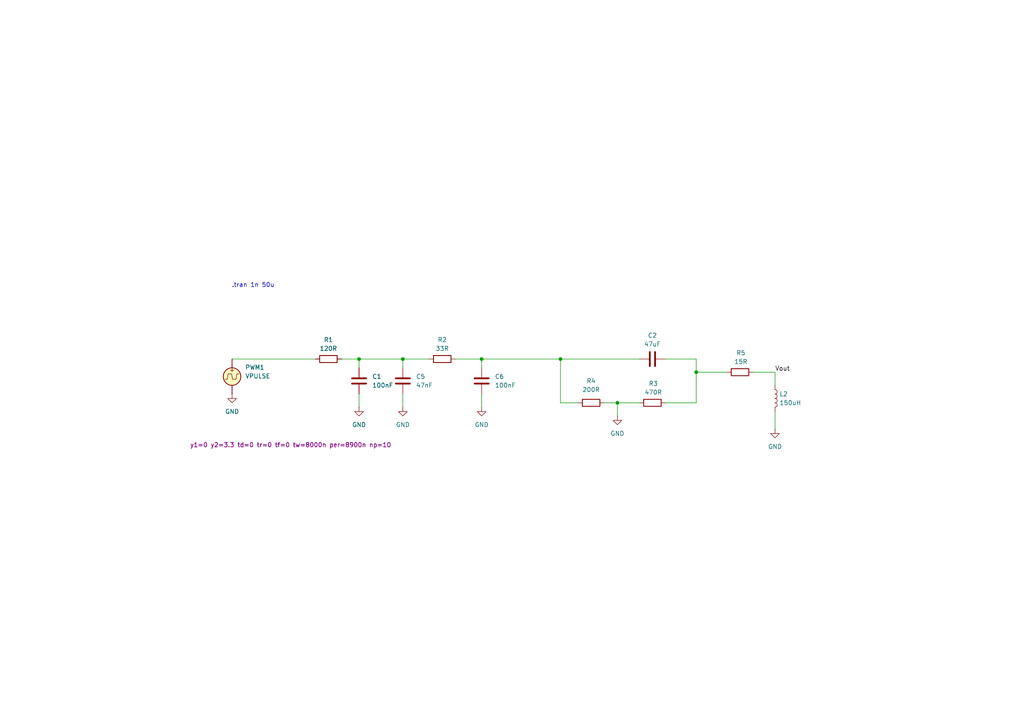
<source format=kicad_sch>
(kicad_sch (version 20250114) (generator "eeschema") (generator_version "9.0")
  (paper "A4")
  (title_block (title "${TITLE}") (rev "${REVISION}"))
  (lib_symbols
    (symbol "Device:C" (pin_numbers (hide yes)) (pin_names (offset 0.254))
      (property "Reference" "C" (at 0.635 2.54 0))
      (property "Value" "C" (at 0.635 -2.54 0))
      (symbol "C_0_1"
        (polyline (pts (xy -2.032 0.762) (xy 2.032 0.762)) (stroke (width 0.508)))
        (polyline (pts (xy -2.032 -0.762) (xy 2.032 -0.762)) (stroke (width 0.508)))
      )
      (symbol "C_1_1"
        (pin passive line (at 0 3.81 270) (length 2.794) (name "~") (number "1"))
        (pin passive line (at 0 -3.81 90) (length 2.794) (name "~") (number "2"))
      )
    )
    (symbol "Device:L" (pin_numbers (hide yes)) (pin_names (offset 1.016) (hide yes))
      (property "Reference" "L" (at -1.27 0 90))
      (property "Value" "L" (at 1.905 0 90))
      (symbol "L_0_1"
        (arc (start 0 2.54) (mid 0.6323 1.905) (end 0 1.27))
        (arc (start 0 1.27) (mid 0.6323 0.635) (end 0 0))
        (arc (start 0 0) (mid 0.6323 -0.635) (end 0 -1.27))
        (arc (start 0 -1.27) (mid 0.6323 -1.905) (end 0 -2.54))
      )
      (symbol "L_1_1"
        (pin passive line (at 0 3.81 270) (length 1.27) (name "1") (number "1"))
        (pin passive line (at 0 -3.81 90) (length 1.27) (name "2") (number "2"))
      )
    )
    (symbol "Device:R" (pin_numbers (hide yes)) (pin_names (offset 0))
      (property "Reference" "R" (at 2.032 0 90))
      (property "Value" "R" (at 0 0 90))
      (symbol "R_0_1"
        (rectangle (start -1.016 -2.54) (end 1.016 2.54) (stroke (width 0.254)))
      )
      (symbol "R_1_1"
        (pin passive line (at 0 3.81 270) (length 1.27) (name "~") (number "1"))
        (pin passive line (at 0 -3.81 90) (length 1.27) (name "~") (number "2"))
      )
    )
    (symbol "Simulation_SPICE:VPULSE" (pin_numbers (hide yes)) (pin_names (offset 0.0254))
      (property "Reference" "V" (at 2.54 2.54 0))
      (property "Value" "VPULSE" (at 2.54 0 0))
      (property "Sim.Params" "y1=0 y2=1 td=2n tr=2n tf=2n tw=50n per=100n" (at 2.54 -2.54 0))
      (symbol "VPULSE_0_0"
        (polyline (pts (xy -2.032 -0.762) (xy -1.397 -0.762) (xy -1.143 0.762) (xy -0.127 0.762) (xy 0.127 -0.762) (xy 1.143 -0.762) (xy 1.397 0.762) (xy 2.032 0.762)))
        (text "+" (at 0 1.905 0) (effects (font (size 1.27 1.27))))
      )
      (symbol "VPULSE_0_1"
        (circle (center 0 0) (radius 2.54) (stroke (width 0.254)) (fill (type background)))
      )
      (symbol "VPULSE_1_1"
        (pin passive line (at 0 5.08 270) (length 2.54) (name "~") (number "1"))
        (pin passive line (at 0 -5.08 90) (length 2.54) (name "~") (number "2"))
      )
    )
    (symbol "power:GND" (power) (pin_numbers (hide yes)) (pin_names (offset 0) (hide yes))
      (property "Value" "GND" (at 0 -3.81 0))
      (symbol "GND_0_1"
        (polyline (pts (xy 0 0) (xy 0 -1.27) (xy 1.27 -1.27) (xy 0 -2.54) (xy -1.27 -1.27) (xy 0 -1.27)))
      )
      (symbol "GND_1_1"
        (pin power_in line (at 0 0 270) (length 0) (name "~") (number "1"))
      )
    )
  )
  (text ".tran 1n 50u" (at 73.406 82.804 0) (effects (font (size 1.27 1.27))))
  (junction (at 104.14 104.14))
  (junction (at 116.84 104.14))
  (junction (at 162.56 104.14))
  (junction (at 201.93 107.95))
  (junction (at 139.7 104.14))
  (junction (at 179.07 116.84))
  (wire (pts (xy 139.7 114.3) (xy 139.7 118.11)))
  (wire (pts (xy 193.04 104.14) (xy 201.93 104.14)))
  (wire (pts (xy 193.04 116.84) (xy 201.93 116.84)))
  (wire (pts (xy 116.84 104.14) (xy 116.84 106.68)))
  (wire (pts (xy 201.93 104.14) (xy 201.93 107.95)))
  (wire (pts (xy 139.7 104.14) (xy 139.7 106.68)))
  (wire (pts (xy 104.14 114.3) (xy 104.14 118.11)))
  (wire (pts (xy 224.79 107.95) (xy 224.79 111.76)))
  (wire (pts (xy 218.44 107.95) (xy 224.79 107.95)))
  (wire (pts (xy 162.56 104.14) (xy 185.42 104.14)))
  (wire (pts (xy 201.93 107.95) (xy 201.93 116.84)))
  (wire (pts (xy 132.08 104.14) (xy 139.7 104.14)))
  (wire (pts (xy 175.26 116.84) (xy 179.07 116.84)))
  (wire (pts (xy 162.56 116.84) (xy 167.64 116.84)))
  (wire (pts (xy 116.84 104.14) (xy 124.46 104.14)))
  (wire (pts (xy 67.31 104.14) (xy 91.44 104.14)))
  (wire (pts (xy 99.06 104.14) (xy 104.14 104.14)))
  (wire (pts (xy 179.07 116.84) (xy 185.42 116.84)))
  (wire (pts (xy 201.93 107.95) (xy 210.82 107.95)))
  (wire (pts (xy 104.14 104.14) (xy 116.84 104.14)))
  (wire (pts (xy 104.14 106.68) (xy 104.14 104.14)))
  (wire (pts (xy 179.07 116.84) (xy 179.07 120.65)))
  (wire (pts (xy 116.84 114.3) (xy 116.84 118.11)))
  (wire (pts (xy 162.56 104.14) (xy 162.56 116.84)))
  (wire (pts (xy 224.79 124.46) (xy 224.79 119.38)))
  (wire (pts (xy 139.7 104.14) (xy 162.56 104.14)))
  (label "Vout" (at 224.79 107.95 0))
  (symbol (lib_id "Device:C") (at 116.84 110.49 0) (unit 1)
    (property "Reference" "C5" (at 120.65 109.2199 0) (effects (justify left)))
    (property "Value" "47nF" (at 120.65 111.7599 0) (effects (justify left)))
    (property "Footprint" "Capacitor_SMD:C_0603_1608Metric" (effects (hide yes)))
    (property "Description" "Unpolarized capacitor" (effects (hide yes)))
    (property "LCSC Part" "C1622" (effects (hide yes)))
  )
  (symbol (lib_id "Device:L") (at 224.79 115.57 0) (unit 1)
    (property "Reference" "L2" (at 226.06 114.2999 0) (effects (justify left)))
    (property "Value" "150uH" (at 226.06 116.8399 0) (effects (justify left)))
    (property "Description" "Inductor" (effects (hide yes)))
  )
  (symbol (lib_id "power:GND") (at 67.31 114.3 0) (unit 1)
    (property "Reference" "#PWR09" (effects (hide yes)))
    (property "Value" "GND" (at 67.31 119.38 0))
    (property "Description" "Power symbol creates a global label with name \"GND\" , ground" (effects (hide yes)))
  )
  (symbol (lib_id "power:GND") (at 139.7 118.11 0) (unit 1)
    (property "Reference" "#PWR08" (effects (hide yes)))
    (property "Value" "GND" (at 139.7 123.19 0))
    (property "Description" "Power symbol creates a global label with name \"GND\" , ground" (effects (hide yes)))
  )
  (symbol (lib_id "Device:R") (at 95.25 104.14 270) (unit 1)
    (property "Reference" "R1" (at 95.25 98.552 90))
    (property "Value" "120R" (at 95.25 101.092 90))
    (property "Footprint" "Resistor_SMD:R_0603_1608Metric" (effects (hide yes)))
    (property "Description" "Resistor" (effects (hide yes)))
    (property "LCSC Part" "C22787" (effects (hide yes)))
  )
  (symbol (lib_id "Simulation_SPICE:VPULSE") (at 67.31 109.22 0) (unit 1)
    (property "Reference" "PWM1" (at 71.12 106.5501 0) (effects (justify left)))
    (property "Value" "VPULSE" (at 71.12 109.0901 0) (effects (justify left)))
    (property "Datasheet" "https://ngspice.sourceforge.io/docs/ngspice-html-manual/manual.xhtml#sec_Independent_Sources_for" (effects (hide yes)))
    (property "Description" "Voltage source, pulse" (effects (hide yes)))
    (property "Sim.Pins" "1=+ 2=-" (effects (hide yes)))
    (property "Sim.Type" "PULSE" (effects (hide yes)))
    (property "Sim.Device" "V" (effects (hide yes)))
    (property "Sim.Params" "y1=0 y2=3.3 td=0 tr=0 tf=0 tw=8000n per=8900n np=10" (at 55.118 129.032 0) (effects (justify left)))
  )
  (symbol (lib_id "power:GND") (at 179.07 120.65 0) (unit 1)
    (property "Reference" "#PWR02" (effects (hide yes)))
    (property "Value" "GND" (at 179.07 125.73 0))
    (property "Description" "Power symbol creates a global label with name \"GND\" , ground" (effects (hide yes)))
  )
  (symbol (lib_id "Device:R") (at 189.23 116.84 270) (unit 1)
    (property "Reference" "R3" (at 189.484 111.252 90))
    (property "Value" "470R" (at 189.484 113.792 90))
    (property "Footprint" "Resistor_SMD:R_0603_1608Metric" (effects (hide yes)))
    (property "Description" "Resistor" (effects (hide yes)))
    (property "LCSC Part" "C23179" (effects (hide yes)))
  )
  (symbol (lib_id "Device:C") (at 189.23 104.14 270) (unit 1)
    (property "Reference" "C2" (at 189.23 97.282 90))
    (property "Value" "47uF" (at 189.23 99.822 90))
    (property "Footprint" "Capacitor_SMD:C_0805_2012Metric" (effects (hide yes)))
    (property "Description" "Unpolarized capacitor" (effects (hide yes)))
    (property "LCSC Part" "C16780" (effects (hide yes)))
  )
  (symbol (lib_id "power:GND") (at 116.84 118.11 0) (unit 1)
    (property "Reference" "#PWR07" (effects (hide yes)))
    (property "Value" "GND" (at 116.84 123.19 0))
    (property "Description" "Power symbol creates a global label with name \"GND\" , ground" (effects (hide yes)))
  )
  (symbol (lib_id "Device:R") (at 128.27 104.14 270) (unit 1)
    (property "Reference" "R2" (at 128.27 98.552 90))
    (property "Value" "33R" (at 128.27 101.092 90))
    (property "Footprint" "Resistor_SMD:R_0603_1608Metric" (effects (hide yes)))
    (property "Description" "Resistor" (effects (hide yes)))
    (property "LCSC Part" "C23140" (effects (hide yes)))
  )
  (symbol (lib_id "Device:R") (at 171.45 116.84 90) (unit 1)
    (property "Reference" "R4" (at 171.45 110.49 90))
    (property "Value" "200R" (at 171.45 113.03 90))
    (property "Description" "Resistor" (effects (hide yes)))
  )
  (symbol (lib_id "Device:C") (at 104.14 110.49 0) (unit 1)
    (property "Reference" "C1" (at 107.95 109.2199 0) (effects (justify left)))
    (property "Value" "100nF" (at 107.95 111.7599 0) (effects (justify left)))
    (property "Footprint" "Capacitor_SMD:C_0603_1608Metric" (effects (hide yes)))
    (property "Description" "Unpolarized capacitor" (effects (hide yes)))
    (property "LCSC Part" "C14663" (effects (hide yes)))
  )
  (symbol (lib_id "Device:C") (at 139.7 110.49 0) (unit 1)
    (property "Reference" "C6" (at 143.51 109.2199 0) (effects (justify left)))
    (property "Value" "100nF" (at 143.51 111.7599 0) (effects (justify left)))
    (property "Footprint" "Capacitor_SMD:C_0603_1608Metric" (effects (hide yes)))
    (property "Description" "Unpolarized capacitor" (effects (hide yes)))
    (property "LCSC Part" "C14663" (effects (hide yes)))
  )
  (symbol (lib_id "power:GND") (at 104.14 118.11 0) (unit 1)
    (property "Reference" "#PWR01" (effects (hide yes)))
    (property "Value" "GND" (at 104.14 123.19 0))
    (property "Description" "Power symbol creates a global label with name \"GND\" , ground" (effects (hide yes)))
  )
  (symbol (lib_id "Device:R") (at 214.63 107.95 270) (unit 1)
    (property "Reference" "R5" (at 214.884 102.362 90))
    (property "Value" "15R" (at 214.884 104.902 90))
    (property "Footprint" "Resistor_SMD:R_0603_1608Metric" (effects (hide yes)))
    (property "Description" "Resistor" (effects (hide yes)))
    (property "LCSC Part" "C23179" (effects (hide yes)))
  )
  (symbol (lib_id "power:GND") (at 224.79 124.46 0) (unit 1)
    (property "Reference" "#PWR04" (effects (hide yes)))
    (property "Value" "GND" (at 224.79 129.54 0))
    (property "Description" "Power symbol creates a global label with name \"GND\" , ground" (effects (hide yes)))
  )
)
</source>
